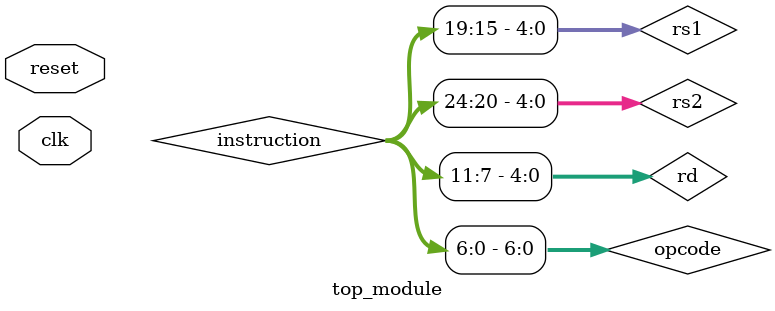
<source format=v>
module top_module(
    input clk,
    input reset
);

    wire        reg_write, mem_read, mem_write;
    wire [1:0]  pc_source, alu_src_b, wb_src;
    wire [2:0]  alu_op;
    wire        imm_sign;

    wire        zero_flag;
    wire [31:0] pc, instruction;
    wire [31:0] read_data_1, read_data_2, write_back_data;
    wire [31:0] immediate_extended;
    wire [31:0] alu_input_b, alu_result;
    wire [31:0] mem_read_data;
    wire [31:0] pc_plus_4, branch_addr, jump_addr, next_pc;
    
    wire [6:0]  opcode = instruction[6:0];
    wire [4:0]  rs1    = instruction[19:15];
    wire [4:0]  rs2    = instruction[24:20];
    wire [4:0]  rd     = instruction[11:7];
    wire [2:0]  funct3 = instruction[14:12];
    wire        funct7 = instruction[30];

    control_unit ctrl_unit (
        .clk(clk), .reset(reset), .opcode(opcode), .funct3(funct3),
        .funct7(funct7), .zero_flag(zero_flag),
        .pc_source(pc_source), .reg_write(reg_write), .mem_read(mem_read),
        .mem_write(mem_write), .alu_src_b(alu_src_b), .wb_src(wb_src),
        .alu_op(alu_op), .imm_sign(imm_sign)
    );

    PC pc_reg (.clk(clk), .reset(reset), .pc_in(next_pc), .pc_out(pc));
    assign pc_plus_4   = pc + 4;
    assign branch_addr = pc + immediate_extended;
    assign jump_addr   = pc + immediate_extended;

    assign next_pc     = (pc_source == 2'b01) ? branch_addr :
                       (pc_source == 2'b10) ? jump_addr   :
                       pc_plus_4;

    instruction_memory inst_mem (.addr(pc), .instruction(instruction));

    register_file reg_file_inst (
        .clk(clk), .reg_write(reg_write), .rs1(rs1), .rs2(rs2), .rd(rd),
        .write_data(write_back_data), .read_data1(read_data_1), .read_data2(read_data_2)
    );
    
    imm_gen imm_gen_inst (.instruction(instruction), .imm_sign(imm_sign), .immediate(immediate_extended));
    
    assign alu_input_b = (alu_src_b == 2'b01) ? immediate_extended : read_data_2;
    alu alu_inst (.a(read_data_1), .b(alu_input_b), .alu_op(alu_op), .alu_out(alu_result), .zero(zero_flag));
    
    data_memory data_mem_inst (
        .clk(clk), .addr(alu_result), .write_data(read_data_2),
        .mem_write(mem_write), .mem_read(mem_read), .read_data(mem_read_data)
    );
    
    assign write_back_data = (wb_src == 2'b01) ? mem_read_data :
                           (wb_src == 2'b10) ? pc_plus_4     :
                           alu_result;

endmodule

</source>
